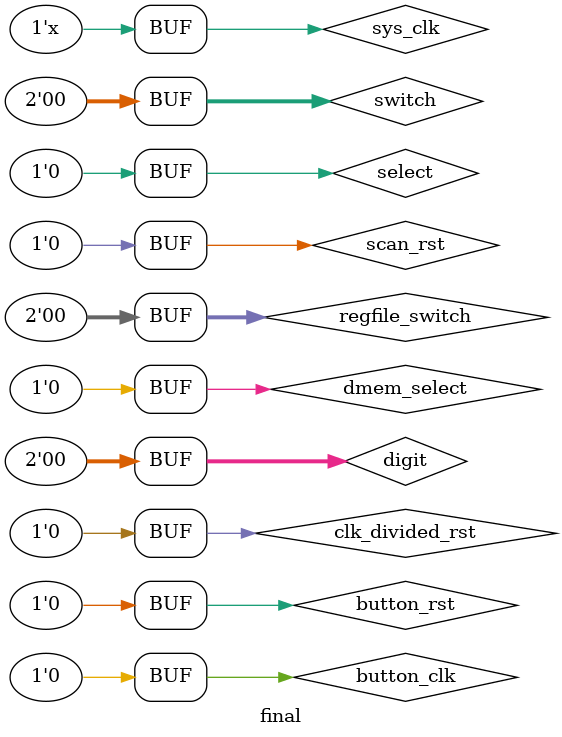
<source format=v>
`timescale 1ns / 1ps


module final;

	// Inputs
	reg sys_clk;
	reg [1:0] digit;
	reg [1:0] switch;
	reg button_rst;
	reg button_clk;
	reg clk_divided_rst;
	reg [1:0] regfile_switch;
	reg scan_rst;
	reg select;
	reg dmem_select;

	// Outputs
	wire [6:0] Y_r;
	wire [3:0] DIG_r;
	wire [7:0] c;

	// Instantiate the Unit Under Test (UUT)
	cpu_board_final uut (
		.sys_clk(sys_clk), 
		.digit(digit), 
		.switch(switch), 
		.button_rst(button_rst), 
		.button_clk(button_clk), 
		.clk_divided_rst(clk_divided_rst), 
		.regfile_switch(regfile_switch), 
		.scan_rst(scan_rst), 
		.select(select), 
		.dmem_select(dmem_select), 
		.Y_r(Y_r), 
		.DIG_r(DIG_r), 
		.c(c)
	);

	initial begin
		// Initialize Inputs
		sys_clk = 0;
		digit = 0;
		switch = 0;
		button_rst = 0;
		button_clk = 0;
		clk_divided_rst = 0;
		regfile_switch = 0;
		scan_rst = 0;
		select = 0;
		dmem_select = 0;


		// Wait 100 ns for global reset to finish
		#1;
		button_rst=1;
		#1;
		button_rst=0;

	end
	always #1 sys_clk = ~sys_clk;
      
endmodule


</source>
